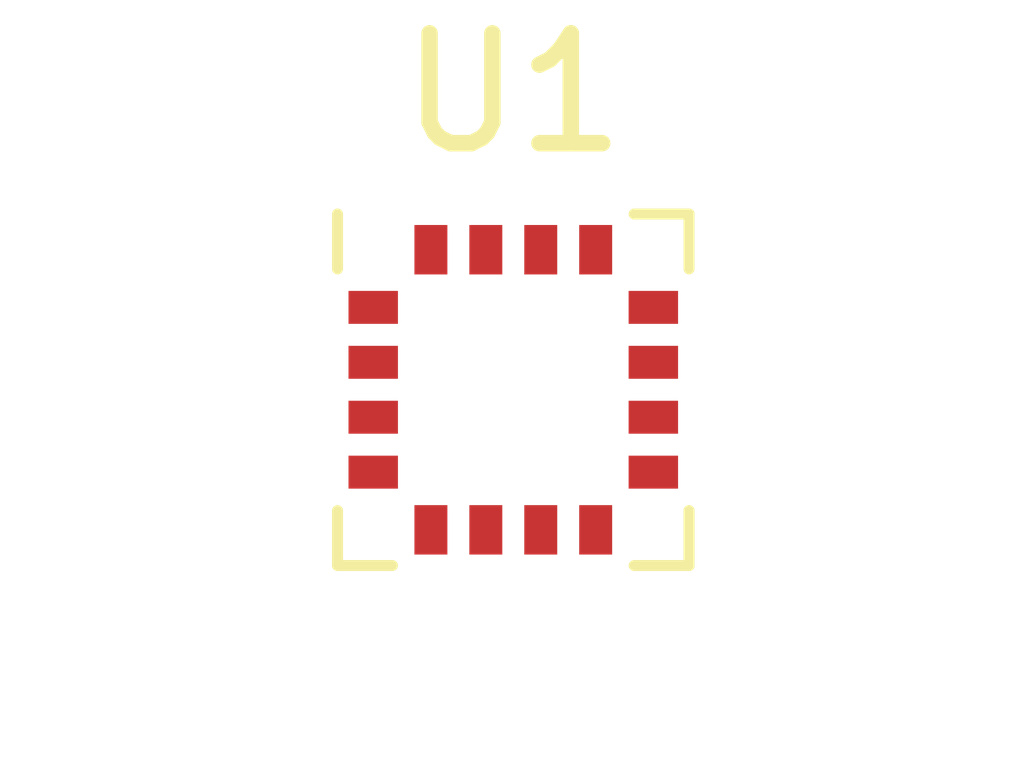
<source format=kicad_pcb>
(kicad_pcb (version 20221018) (generator pcbnew)
  (layers (0 "F.Cu" signal) (31 "B.Cu" signal) (34 "B.Paste" user) (35 "F.Paste" user) (36 "B.SilkS" user "B.Silkscreen") (37 "F.SilkS" user "F.Silkscreen") (38 "B.Mask" user) (39 "F.Mask" user) (44 "Edge.Cuts" user))
  (net 0 "")
  (net 9 "Net-(U1-GND-Pad11)")
  (footprint "Package_LGA:LGA-16_3x3mm_P0.5mm" (layer "F.Cu") (at 131.33 82.545)
    (fp_text reference "U1" (at 0 -2.7) (layer "F.SilkS"))
    (fp_text value "MMC5883MA")
    (fp_line (start -1.6 -1.6) (end -1.6 -1.1) (stroke (width 0.1)) (layer "F.SilkS"))
    (fp_line (start -1.6 1.6) (end -1.6 1.1) (stroke (width 0.1)) (layer "F.SilkS"))
    (fp_line (start -1.6 1.6) (end -1.1 1.6) (stroke (width 0.1)) (layer "F.SilkS"))
    (fp_line (start 1.1 -1.6) (end 1.6 -1.6) (stroke (width 0.1)) (layer "F.SilkS"))
    (fp_line (start 1.6 -1.6) (end 1.6 -1.1) (stroke (width 0.1)) (layer "F.SilkS"))
    (fp_line (start 1.6 1.1) (end 1.6 1.6) (stroke (width 0.1)) (layer "F.SilkS"))
    (fp_line (start 1.6 1.6) (end 1.1 1.6) (stroke (width 0.1)) (layer "F.SilkS"))
    (fp_line (start 1.6 1.6) (end 1.6 1.1) (stroke (width 0.1)) (layer "F.SilkS"))
    (pad "1" smd rect (at -1.275 -0.75 90) (size 0.3 0.45) (layers "F.Cu" "F.Paste" "F.Mask"))
    (pad "2" smd rect (at -1.275 -0.25 90) (size 0.3 0.45) (layers "F.Cu" "F.Paste" "F.Mask"))
    (pad "3" smd rect (at -1.275 0.25 90) (size 0.3 0.45) (layers "F.Cu" "F.Paste" "F.Mask"))
    (pad "4" smd rect (at -1.275 0.75 90) (size 0.3 0.45) (layers "F.Cu" "F.Paste" "F.Mask"))
    (pad "5" smd rect (at -0.75 1.275) (size 0.3 0.45) (layers "F.Cu" "F.Paste" "F.Mask"))
    (pad "6" smd rect (at -0.25 1.275) (size 0.3 0.45) (layers "F.Cu" "F.Paste" "F.Mask"))
    (pad "7" smd rect (at 0.25 1.275) (size 0.3 0.45) (layers "F.Cu" "F.Paste" "F.Mask"))
    (pad "8" smd rect (at 0.75 1.275) (size 0.3 0.45) (layers "F.Cu" "F.Paste" "F.Mask"))
    (pad "9" smd rect (at 1.275 0.75 90) (size 0.3 0.45) (layers "F.Cu" "F.Paste" "F.Mask") (net 9 "Net-(U1-GND-Pad11)"))
    (pad "10" smd rect (at 1.275 0.25 90) (size 0.3 0.45) (layers "F.Cu" "F.Paste" "F.Mask"))
    (pad "11" smd rect (at 1.275 -0.25 90) (size 0.3 0.45) (layers "F.Cu" "F.Paste" "F.Mask") (net 9 "Net-(U1-GND-Pad11)"))
    (pad "12" smd rect (at 1.275 -0.75 90) (size 0.3 0.45) (layers "F.Cu" "F.Paste" "F.Mask"))
    (pad "13" smd rect (at 0.75 -1.275) (size 0.3 0.45) (layers "F.Cu" "F.Paste" "F.Mask"))
    (pad "14" smd rect (at 0.25 -1.275) (size 0.3 0.45) (layers "F.Cu" "F.Paste" "F.Mask"))
    (pad "15" smd rect (at -0.25 -1.275) (size 0.3 0.45) (layers "F.Cu" "F.Paste" "F.Mask"))
    (pad "16" smd rect (at -0.75 -1.275) (size 0.3 0.45) (layers "F.Cu" "F.Paste" "F.Mask"))
  )
)
</source>
